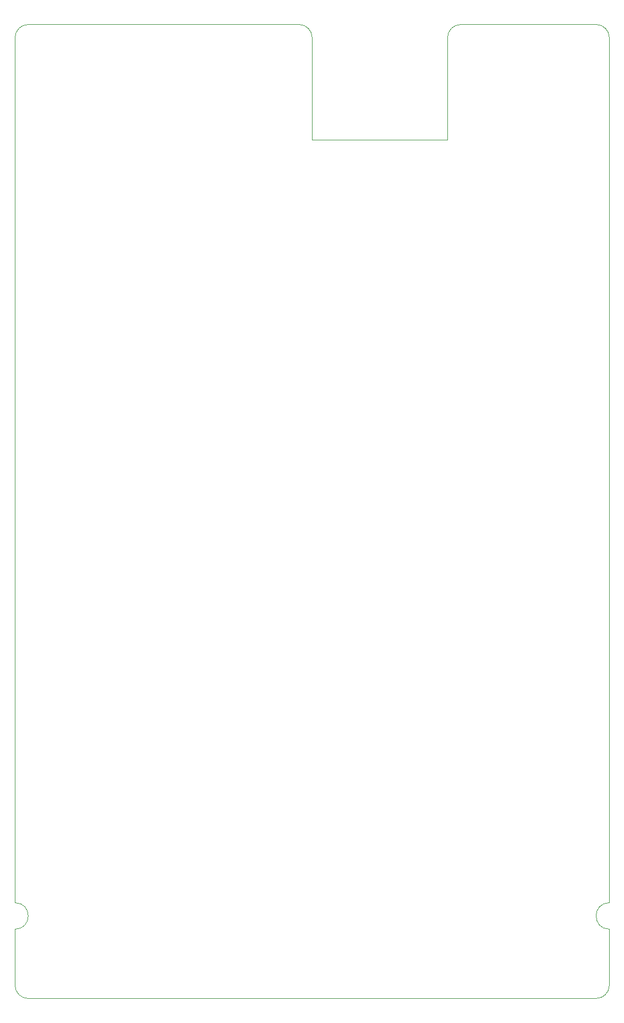
<source format=gbr>
%TF.GenerationSoftware,KiCad,Pcbnew,(5.1.6)-1*%
%TF.CreationDate,2021-12-02T00:23:03-06:00*%
%TF.ProjectId,SRA_Sensor_Board(connector_on_board),5352415f-5365-46e7-936f-725f426f6172,rev?*%
%TF.SameCoordinates,Original*%
%TF.FileFunction,Profile,NP*%
%FSLAX46Y46*%
G04 Gerber Fmt 4.6, Leading zero omitted, Abs format (unit mm)*
G04 Created by KiCad (PCBNEW (5.1.6)-1) date 2021-12-02 00:23:03*
%MOMM*%
%LPD*%
G01*
G04 APERTURE LIST*
%TA.AperFunction,Profile*%
%ADD10C,0.050000*%
%TD*%
G04 APERTURE END LIST*
D10*
X23622000Y-151384000D02*
G75*
G02*
X23622000Y-155448000I0J-2032000D01*
G01*
X25654000Y-166116000D02*
G75*
G02*
X23622000Y-164084000I0J2032000D01*
G01*
X115062000Y-164084000D02*
G75*
G02*
X113030000Y-166116000I-2032000J0D01*
G01*
X115062000Y-155448000D02*
G75*
G02*
X115062000Y-151384000I0J2032000D01*
G01*
X113030000Y-16256000D02*
G75*
G02*
X115062000Y-18288000I0J-2032000D01*
G01*
X90170000Y-18288000D02*
G75*
G02*
X92202000Y-16256000I2032000J0D01*
G01*
X67310000Y-16256000D02*
G75*
G02*
X69342000Y-18288000I0J-2032000D01*
G01*
X23622000Y-18288000D02*
G75*
G02*
X25654000Y-16256000I2032000J0D01*
G01*
X67310000Y-16256000D02*
X25654000Y-16256000D01*
X69342000Y-34036000D02*
X69342000Y-18288000D01*
X90170000Y-34036000D02*
X69342000Y-34036000D01*
X90170000Y-18288000D02*
X90170000Y-34036000D01*
X113030000Y-16256000D02*
X92202000Y-16256000D01*
X115062000Y-151384000D02*
X115062000Y-18288000D01*
X115062000Y-164084000D02*
X115062000Y-155448000D01*
X25654000Y-166116000D02*
X113030000Y-166116000D01*
X23622000Y-155448000D02*
X23622000Y-164084000D01*
X23622000Y-18288000D02*
X23622000Y-151384000D01*
M02*

</source>
